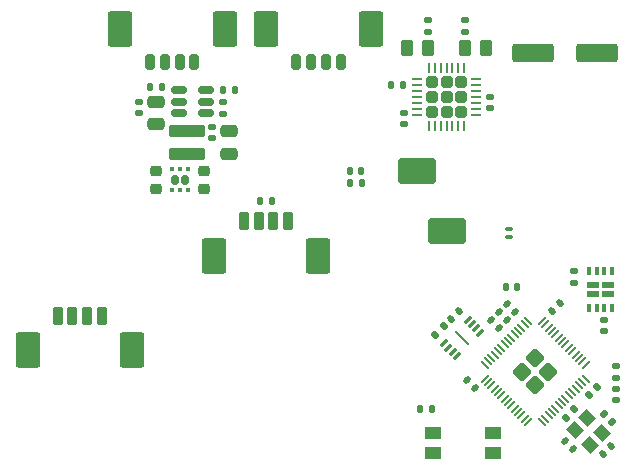
<source format=gbr>
%TF.GenerationSoftware,KiCad,Pcbnew,8.0.7*%
%TF.CreationDate,2024-12-18T08:34:55+08:00*%
%TF.ProjectId,SB-main-board,53422d6d-6169-46e2-9d62-6f6172642e6b,B1*%
%TF.SameCoordinates,Original*%
%TF.FileFunction,Paste,Top*%
%TF.FilePolarity,Positive*%
%FSLAX46Y46*%
G04 Gerber Fmt 4.6, Leading zero omitted, Abs format (unit mm)*
G04 Created by KiCad (PCBNEW 8.0.7) date 2024-12-18 08:34:55*
%MOMM*%
%LPD*%
G01*
G04 APERTURE LIST*
G04 Aperture macros list*
%AMRoundRect*
0 Rectangle with rounded corners*
0 $1 Rounding radius*
0 $2 $3 $4 $5 $6 $7 $8 $9 X,Y pos of 4 corners*
0 Add a 4 corners polygon primitive as box body*
4,1,4,$2,$3,$4,$5,$6,$7,$8,$9,$2,$3,0*
0 Add four circle primitives for the rounded corners*
1,1,$1+$1,$2,$3*
1,1,$1+$1,$4,$5*
1,1,$1+$1,$6,$7*
1,1,$1+$1,$8,$9*
0 Add four rect primitives between the rounded corners*
20,1,$1+$1,$2,$3,$4,$5,0*
20,1,$1+$1,$4,$5,$6,$7,0*
20,1,$1+$1,$6,$7,$8,$9,0*
20,1,$1+$1,$8,$9,$2,$3,0*%
%AMRotRect*
0 Rectangle, with rotation*
0 The origin of the aperture is its center*
0 $1 length*
0 $2 width*
0 $3 Rotation angle, in degrees counterclockwise*
0 Add horizontal line*
21,1,$1,$2,0,0,$3*%
G04 Aperture macros list end*
%ADD10R,1.350000X1.000000*%
%ADD11RoundRect,0.200000X-0.200000X-0.600000X0.200000X-0.600000X0.200000X0.600000X-0.200000X0.600000X0*%
%ADD12RoundRect,0.250001X-0.799999X-1.249999X0.799999X-1.249999X0.799999X1.249999X-0.799999X1.249999X0*%
%ADD13RoundRect,0.147500X0.147500X0.172500X-0.147500X0.172500X-0.147500X-0.172500X0.147500X-0.172500X0*%
%ADD14RoundRect,0.135000X-0.135000X-0.185000X0.135000X-0.185000X0.135000X0.185000X-0.135000X0.185000X0*%
%ADD15RoundRect,0.135000X-0.035355X0.226274X-0.226274X0.035355X0.035355X-0.226274X0.226274X-0.035355X0*%
%ADD16RoundRect,0.225000X0.250000X-0.225000X0.250000X0.225000X-0.250000X0.225000X-0.250000X-0.225000X0*%
%ADD17RoundRect,0.135000X-0.185000X0.135000X-0.185000X-0.135000X0.185000X-0.135000X0.185000X0.135000X0*%
%ADD18RoundRect,0.140000X0.170000X-0.140000X0.170000X0.140000X-0.170000X0.140000X-0.170000X-0.140000X0*%
%ADD19RoundRect,0.063500X-0.197566X-0.287368X0.287368X0.197566X0.197566X0.287368X-0.287368X-0.197566X0*%
%ADD20RotRect,0.203200X1.600200X45.000000*%
%ADD21RoundRect,0.140000X0.219203X0.021213X0.021213X0.219203X-0.219203X-0.021213X-0.021213X-0.219203X0*%
%ADD22RoundRect,0.140000X-0.021213X0.219203X-0.219203X0.021213X0.021213X-0.219203X0.219203X-0.021213X0*%
%ADD23RoundRect,0.140000X-0.219203X-0.021213X-0.021213X-0.219203X0.219203X0.021213X0.021213X0.219203X0*%
%ADD24RoundRect,0.140000X0.021213X-0.219203X0.219203X-0.021213X-0.021213X0.219203X-0.219203X0.021213X0*%
%ADD25RoundRect,0.250000X-0.255000X-0.255000X0.255000X-0.255000X0.255000X0.255000X-0.255000X0.255000X0*%
%ADD26RoundRect,0.062500X-0.325000X-0.062500X0.325000X-0.062500X0.325000X0.062500X-0.325000X0.062500X0*%
%ADD27RoundRect,0.062500X-0.062500X-0.325000X0.062500X-0.325000X0.062500X0.325000X-0.062500X0.325000X0*%
%ADD28RoundRect,0.110000X-1.390000X0.440000X-1.390000X-0.440000X1.390000X-0.440000X1.390000X0.440000X0*%
%ADD29RoundRect,0.261905X-1.338095X-0.838095X1.338095X-0.838095X1.338095X0.838095X-1.338095X0.838095X0*%
%ADD30RotRect,1.150000X1.000000X315.000000*%
%ADD31RoundRect,0.250000X0.475000X-0.250000X0.475000X0.250000X-0.475000X0.250000X-0.475000X-0.250000X0*%
%ADD32RoundRect,0.140000X0.140000X0.170000X-0.140000X0.170000X-0.140000X-0.170000X0.140000X-0.170000X0*%
%ADD33RoundRect,0.135000X0.226274X0.035355X0.035355X0.226274X-0.226274X-0.035355X-0.035355X-0.226274X0*%
%ADD34RoundRect,0.140000X-0.140000X-0.170000X0.140000X-0.170000X0.140000X0.170000X-0.140000X0.170000X0*%
%ADD35RoundRect,0.250000X-1.500000X-0.550000X1.500000X-0.550000X1.500000X0.550000X-1.500000X0.550000X0*%
%ADD36RoundRect,0.250000X-0.475000X0.250000X-0.475000X-0.250000X0.475000X-0.250000X0.475000X0.250000X0*%
%ADD37RoundRect,0.249999X0.000000X-0.558616X0.558616X0.000000X0.000000X0.558616X-0.558616X0.000000X0*%
%ADD38RoundRect,0.050000X-0.238649X-0.309359X0.309359X0.238649X0.238649X0.309359X-0.309359X-0.238649X0*%
%ADD39RoundRect,0.050000X0.238649X-0.309359X0.309359X-0.238649X-0.238649X0.309359X-0.309359X0.238649X0*%
%ADD40RoundRect,0.160000X0.160000X-0.245000X0.160000X0.245000X-0.160000X0.245000X-0.160000X-0.245000X0*%
%ADD41RoundRect,0.093750X0.106250X-0.093750X0.106250X0.093750X-0.106250X0.093750X-0.106250X-0.093750X0*%
%ADD42RoundRect,0.140000X-0.170000X0.140000X-0.170000X-0.140000X0.170000X-0.140000X0.170000X0.140000X0*%
%ADD43RoundRect,0.200000X0.200000X0.450000X-0.200000X0.450000X-0.200000X-0.450000X0.200000X-0.450000X0*%
%ADD44RoundRect,0.250001X0.799999X1.249999X-0.799999X1.249999X-0.799999X-1.249999X0.799999X-1.249999X0*%
%ADD45RoundRect,0.250000X0.262500X0.450000X-0.262500X0.450000X-0.262500X-0.450000X0.262500X-0.450000X0*%
%ADD46RoundRect,0.250000X-0.262500X-0.450000X0.262500X-0.450000X0.262500X0.450000X-0.262500X0.450000X0*%
%ADD47RoundRect,0.147500X0.172500X-0.147500X0.172500X0.147500X-0.172500X0.147500X-0.172500X-0.147500X0*%
%ADD48RoundRect,0.150000X0.512500X0.150000X-0.512500X0.150000X-0.512500X-0.150000X0.512500X-0.150000X0*%
%ADD49RoundRect,0.075000X0.225000X-0.075000X0.225000X0.075000X-0.225000X0.075000X-0.225000X-0.075000X0*%
%ADD50RoundRect,0.225000X-0.250000X0.225000X-0.250000X-0.225000X0.250000X-0.225000X0.250000X0.225000X0*%
%ADD51RoundRect,0.135000X0.035355X-0.226274X0.226274X-0.035355X-0.035355X0.226274X-0.226274X0.035355X0*%
%ADD52R,1.000000X0.600000*%
%ADD53R,0.350000X0.650000*%
G04 APERTURE END LIST*
D10*
%TO.C,SW1*%
X109255330Y-106623664D03*
X109255330Y-104923664D03*
X114305330Y-104923664D03*
X114305330Y-106623664D03*
%TD*%
D11*
%TO.C,J7*%
X77461330Y-95035664D03*
X78711330Y-95035664D03*
X79961330Y-95035664D03*
X81211330Y-95035664D03*
D12*
X74911330Y-97935664D03*
X83761330Y-97935664D03*
%TD*%
D13*
%TO.C,D4*%
X103161330Y-82797964D03*
X102191330Y-82797964D03*
%TD*%
D14*
%TO.C,R14*%
X105647722Y-75483665D03*
X106667722Y-75483665D03*
%TD*%
D15*
%TO.C,R2*%
X110170829Y-95894303D03*
X109449581Y-96615551D03*
%TD*%
D11*
%TO.C,J4*%
X93230330Y-87030664D03*
X94480330Y-87030664D03*
X95730330Y-87030664D03*
X96980330Y-87030664D03*
D12*
X90680330Y-89930664D03*
X99530330Y-89930664D03*
%TD*%
D16*
%TO.C,C17*%
X85805329Y-84278165D03*
X85805329Y-82728165D03*
%TD*%
D17*
%TO.C,R6*%
X124725330Y-99253664D03*
X124725330Y-100273664D03*
%TD*%
D18*
%TO.C,C21*%
X114087722Y-77443665D03*
X114087722Y-76483665D03*
%TD*%
D19*
%TO.C,U2*%
X110186181Y-97352151D03*
X110539735Y-97705705D03*
X110893289Y-98059259D03*
X111246843Y-98412813D03*
X113224479Y-96435177D03*
X112870925Y-96081623D03*
X112517371Y-95728069D03*
X112163817Y-95374515D03*
D20*
X111705330Y-96893664D03*
%TD*%
D21*
%TO.C,C11*%
X112780365Y-101164066D03*
X112101543Y-100485244D03*
%TD*%
D22*
%TO.C,C3*%
X124298261Y-106031067D03*
X123619439Y-106709889D03*
%TD*%
D23*
%TO.C,C2*%
X120381357Y-105611734D03*
X121060179Y-106290556D03*
%TD*%
D24*
%TO.C,C7*%
X119318124Y-94626307D03*
X119996946Y-93947485D03*
%TD*%
D25*
%TO.C,U6*%
X109137722Y-75233665D03*
X109137722Y-76483665D03*
X109137722Y-77733665D03*
X110387722Y-75233665D03*
X110387722Y-76483665D03*
X110387722Y-77733665D03*
X111637722Y-75233665D03*
X111637722Y-76483665D03*
X111637722Y-77733665D03*
D26*
X107925222Y-74983665D03*
X107925222Y-75483665D03*
X107925222Y-75983665D03*
X107925222Y-76483665D03*
X107925222Y-76983665D03*
X107925222Y-77483665D03*
X107925222Y-77983665D03*
D27*
X108887722Y-78946165D03*
X109387722Y-78946165D03*
X109887722Y-78946165D03*
X110387722Y-78946165D03*
X110887722Y-78946165D03*
X111387722Y-78946165D03*
X111887722Y-78946165D03*
D26*
X112850222Y-77983665D03*
X112850222Y-77483665D03*
X112850222Y-76983665D03*
X112850222Y-76483665D03*
X112850222Y-75983665D03*
X112850222Y-75483665D03*
X112850222Y-74983665D03*
D27*
X111887722Y-74021165D03*
X111387722Y-74021165D03*
X110887722Y-74021165D03*
X110387722Y-74021165D03*
X109887722Y-74021165D03*
X109387722Y-74021165D03*
X108887722Y-74021165D03*
%TD*%
D14*
%TO.C,R3*%
X108135330Y-102943664D03*
X109155330Y-102943664D03*
%TD*%
D21*
%TO.C,C6*%
X115507192Y-95373235D03*
X114828370Y-94694413D03*
%TD*%
D28*
%TO.C,L1*%
X88435328Y-79393165D03*
X88435328Y-81293165D03*
%TD*%
D29*
%TO.C,TP1*%
X110414730Y-87877964D03*
%TD*%
D30*
%TO.C,Y1*%
X121295757Y-104697334D03*
X122533194Y-105934771D03*
X123523143Y-104944822D03*
X122285706Y-103707385D03*
%TD*%
D31*
%TO.C,C18*%
X91975328Y-81293164D03*
X91975328Y-79393166D03*
%TD*%
D32*
%TO.C,C34*%
X116370330Y-92585664D03*
X115410330Y-92585664D03*
%TD*%
D33*
%TO.C,R5*%
X124437543Y-104030422D03*
X123716295Y-103309174D03*
%TD*%
D34*
%TO.C,C33*%
X94620330Y-85265664D03*
X95580330Y-85265664D03*
%TD*%
D18*
%TO.C,C20*%
X106787722Y-78793664D03*
X106787722Y-77833664D03*
%TD*%
D35*
%TO.C,C22*%
X117695330Y-72793664D03*
X123095330Y-72793664D03*
%TD*%
D21*
%TO.C,C13*%
X116214298Y-94666129D03*
X115535476Y-93987307D03*
%TD*%
D36*
%TO.C,C16*%
X85805329Y-76875664D03*
X85805329Y-78775662D03*
%TD*%
D14*
%TO.C,R18*%
X102191330Y-83805664D03*
X103211330Y-83805664D03*
%TD*%
D37*
%TO.C,U1*%
X116756351Y-99733664D03*
X117887722Y-100865035D03*
X117887722Y-98602293D03*
X119019093Y-99733664D03*
D38*
X113618565Y-100325866D03*
X113901408Y-100608709D03*
X114184250Y-100891551D03*
X114467093Y-101174394D03*
X114749936Y-101457237D03*
X115032778Y-101740079D03*
X115315621Y-102022922D03*
X115598464Y-102305765D03*
X115881307Y-102588608D03*
X116164149Y-102871450D03*
X116446992Y-103154293D03*
X116729835Y-103437136D03*
X117012677Y-103719978D03*
X117295520Y-104002821D03*
D39*
X118479924Y-104002821D03*
X118762767Y-103719978D03*
X119045609Y-103437136D03*
X119328452Y-103154293D03*
X119611295Y-102871450D03*
X119894137Y-102588608D03*
X120176980Y-102305765D03*
X120459823Y-102022922D03*
X120742666Y-101740079D03*
X121025508Y-101457237D03*
X121308351Y-101174394D03*
X121591194Y-100891551D03*
X121874036Y-100608709D03*
X122156879Y-100325866D03*
D38*
X122156879Y-99141462D03*
X121874036Y-98858619D03*
X121591194Y-98575777D03*
X121308351Y-98292934D03*
X121025508Y-98010091D03*
X120742666Y-97727249D03*
X120459823Y-97444406D03*
X120176980Y-97161563D03*
X119894137Y-96878720D03*
X119611295Y-96595878D03*
X119328452Y-96313035D03*
X119045609Y-96030192D03*
X118762767Y-95747350D03*
X118479924Y-95464507D03*
D39*
X117295520Y-95464507D03*
X117012677Y-95747350D03*
X116729835Y-96030192D03*
X116446992Y-96313035D03*
X116164149Y-96595878D03*
X115881307Y-96878720D03*
X115598464Y-97161563D03*
X115315621Y-97444406D03*
X115032778Y-97727249D03*
X114749936Y-98010091D03*
X114467093Y-98292934D03*
X114184250Y-98575777D03*
X113901408Y-98858619D03*
X113618565Y-99141462D03*
%TD*%
D14*
%TO.C,R12*%
X91425328Y-75925665D03*
X92445326Y-75925665D03*
%TD*%
D40*
%TO.C,U5*%
X87416908Y-83503164D03*
X88216908Y-83503164D03*
D41*
X87166908Y-84390664D03*
X87816908Y-84390664D03*
X88466908Y-84390664D03*
X88466908Y-82615664D03*
X87816908Y-82615664D03*
X87166908Y-82615664D03*
%TD*%
D42*
%TO.C,C35*%
X84325329Y-76875664D03*
X84325329Y-77835664D03*
%TD*%
D43*
%TO.C,J8*%
X101419330Y-73489664D03*
X100169330Y-73489664D03*
X98919330Y-73489664D03*
X97669330Y-73489664D03*
D44*
X103969330Y-70739664D03*
X95119330Y-70739664D03*
%TD*%
D21*
%TO.C,C12*%
X114800086Y-96080341D03*
X114121264Y-95401519D03*
%TD*%
D45*
%TO.C,R16*%
X108837722Y-72383664D03*
X107012722Y-72383664D03*
%TD*%
D29*
%TO.C,TP2*%
X107870330Y-82797964D03*
%TD*%
D18*
%TO.C,C27*%
X111937722Y-70963664D03*
X111937722Y-70003664D03*
%TD*%
D46*
%TO.C,R15*%
X111937722Y-72383664D03*
X113762722Y-72383664D03*
%TD*%
D42*
%TO.C,C14*%
X123746922Y-95345664D03*
X123746922Y-96305664D03*
%TD*%
D18*
%TO.C,C28*%
X108837722Y-70963664D03*
X108837722Y-70003664D03*
%TD*%
D47*
%TO.C,D1*%
X124725330Y-102179064D03*
X124725330Y-101209064D03*
%TD*%
D17*
%TO.C,R13*%
X91425328Y-76883167D03*
X91425328Y-77903165D03*
%TD*%
D48*
%TO.C,U4*%
X90042828Y-77825664D03*
X90042828Y-76875664D03*
X90042828Y-75925664D03*
X87767828Y-75925664D03*
X87767828Y-76875664D03*
X87767828Y-77825664D03*
%TD*%
D49*
%TO.C,D2*%
X115687722Y-88343664D03*
X115687722Y-87643664D03*
%TD*%
D50*
%TO.C,C19*%
X89828484Y-82728164D03*
X89828484Y-84278164D03*
%TD*%
D51*
%TO.C,R4*%
X120499426Y-103632302D03*
X121220674Y-102911054D03*
%TD*%
D24*
%TO.C,C1*%
X110772809Y-95292323D03*
X111451631Y-94613501D03*
%TD*%
D42*
%TO.C,C15*%
X90495327Y-79043165D03*
X90495327Y-80003165D03*
%TD*%
D17*
%TO.C,R10*%
X121164314Y-91223663D03*
X121164314Y-92243663D03*
%TD*%
D14*
%TO.C,R11*%
X85295330Y-75653166D03*
X86315328Y-75653166D03*
%TD*%
D15*
%TO.C,R1*%
X123150642Y-101008503D03*
X122429394Y-101729751D03*
%TD*%
D52*
%TO.C,U3*%
X122821922Y-93161164D03*
X124021922Y-93161164D03*
X122821922Y-92386164D03*
X124021922Y-92386164D03*
D53*
X122446922Y-94323664D03*
X123096922Y-94323664D03*
X123746922Y-94323664D03*
X124396922Y-94323664D03*
X124396922Y-91223664D03*
X123746922Y-91223664D03*
X123096922Y-91223664D03*
X122446922Y-91223664D03*
%TD*%
D43*
%TO.C,J6*%
X89045330Y-73489664D03*
X87795330Y-73489664D03*
X86545330Y-73489664D03*
X85295330Y-73489664D03*
D44*
X91595330Y-70739664D03*
X82745330Y-70739664D03*
%TD*%
M02*

</source>
